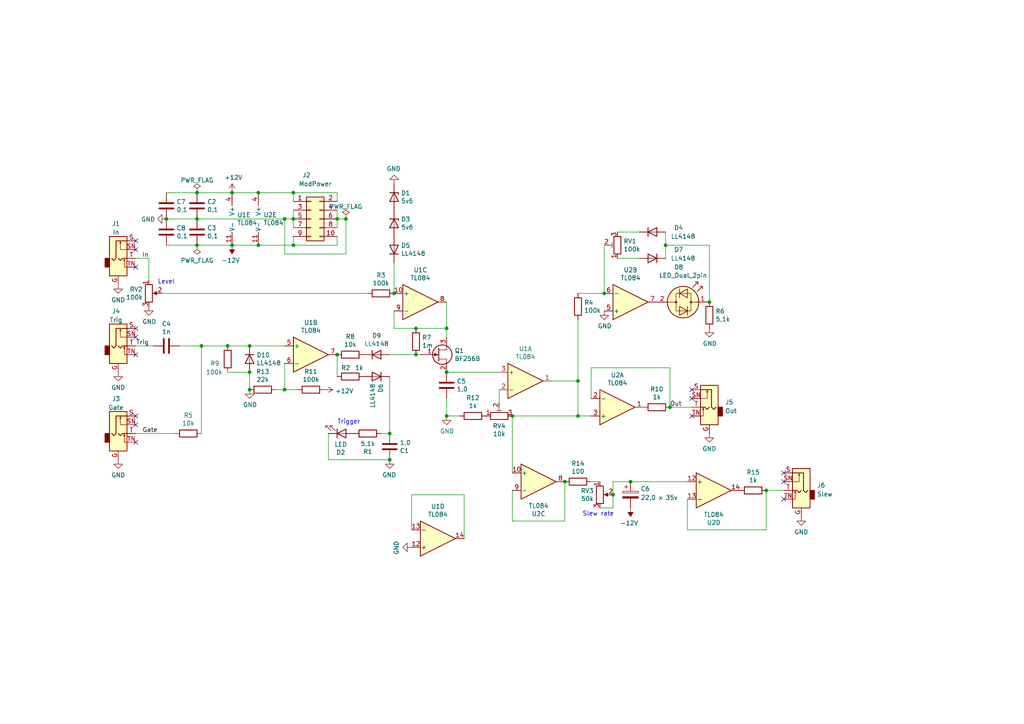
<source format=kicad_sch>
(kicad_sch (version 20211123) (generator eeschema)
  (paper "A4")
  (lib_symbols
    (symbol "Amplifier_Operational:TL084" (pin_names (offset 0.127))
      (property "Reference" "U" (at 0 5.08 0))
      (property "Value" "TL084" (at 0 -5.08 0))
      (symbol "TL084_1_1"
        (polyline (pts (xy -5.08 5.08) (xy 5.08 0) (xy -5.08 -5.08) (xy -5.08 5.08)) (stroke (width 0.254)) (fill (type background)))
        (pin output line (at 7.62 0 180) (length 2.54) (name "~") (number "1"))
        (pin input line (at -7.62 -2.54 0) (length 2.54) (name "-") (number "2"))
        (pin input line (at -7.62 2.54 0) (length 2.54) (name "+") (number "3"))
      )
      (symbol "TL084_2_1"
        (polyline (pts (xy -5.08 5.08) (xy 5.08 0) (xy -5.08 -5.08) (xy -5.08 5.08)) (stroke (width 0.254)) (fill (type background)))
        (pin input line (at -7.62 2.54 0) (length 2.54) (name "+") (number "5"))
        (pin input line (at -7.62 -2.54 0) (length 2.54) (name "-") (number "6"))
        (pin output line (at 7.62 0 180) (length 2.54) (name "~") (number "7"))
      )
      (symbol "TL084_3_1"
        (polyline (pts (xy -5.08 5.08) (xy 5.08 0) (xy -5.08 -5.08) (xy -5.08 5.08)) (stroke (width 0.254)) (fill (type background)))
        (pin input line (at -7.62 2.54 0) (length 2.54) (name "+") (number "10"))
        (pin output line (at 7.62 0 180) (length 2.54) (name "~") (number "8"))
        (pin input line (at -7.62 -2.54 0) (length 2.54) (name "-") (number "9"))
      )
      (symbol "TL084_4_1"
        (polyline (pts (xy -5.08 5.08) (xy 5.08 0) (xy -5.08 -5.08) (xy -5.08 5.08)) (stroke (width 0.254)) (fill (type background)))
        (pin input line (at -7.62 2.54 0) (length 2.54) (name "+") (number "12"))
        (pin input line (at -7.62 -2.54 0) (length 2.54) (name "-") (number "13"))
        (pin output line (at 7.62 0 180) (length 2.54) (name "~") (number "14"))
      )
      (symbol "TL084_5_1"
        (pin power_in line (at -2.54 -7.62 90) (length 3.81) (name "V-") (number "11"))
        (pin power_in line (at -2.54 7.62 270) (length 3.81) (name "V+") (number "4"))
      )
    )
    (symbol "Connector:AudioJack2_Ground_Switch"
      (property "Reference" "J" (at 0 11.43 0))
      (property "Value" "AudioJack2_Ground_Switch" (at 0 8.89 0))
      (symbol "AudioJack2_Ground_Switch_0_1"
        (rectangle (start -2.54 -2.54) (end -3.81 0) (stroke (width 0.254)) (fill (type outline)))
        (rectangle (start 2.54 6.35) (end -2.54 -5.08) (stroke (width 0.254)) (fill (type background)))
      )
      (symbol "AudioJack2_Ground_Switch_1_1"
        (polyline (pts (xy 0.635 4.826) (xy 0.889 4.318)))
        (polyline (pts (xy 1.778 -0.254) (xy 2.032 -0.762)))
        (polyline (pts (xy 0 0) (xy 0.635 -0.635) (xy 1.27 0) (xy 2.54 0)) (stroke (width 0.254)))
        (polyline (pts (xy 2.54 -2.54) (xy 1.778 -2.54) (xy 1.778 -0.254) (xy 1.524 -0.762)))
        (polyline (pts (xy 2.54 2.54) (xy 0.635 2.54) (xy 0.635 4.826) (xy 0.381 4.318)))
        (polyline (pts (xy 2.54 5.08) (xy -0.635 5.08) (xy -0.635 0) (xy -1.27 -0.635) (xy -1.905 0)) (stroke (width 0.254)))
        (pin passive line (at 0 -7.62 90) (length 2.54) (name "~") (number "G"))
        (pin passive line (at 5.08 5.08 180) (length 2.54) (name "~") (number "S"))
        (pin passive line (at 5.08 2.54 180) (length 2.54) (name "~") (number "SN"))
        (pin passive line (at 5.08 0 180) (length 2.54) (name "~") (number "T"))
        (pin passive line (at 5.08 -2.54 180) (length 2.54) (name "~") (number "TN"))
      )
    )
    (symbol "Connector_Generic:Conn_02x05_Odd_Even" (pin_names (offset 1.016) hide)
      (property "Reference" "J" (at 1.27 7.62 0))
      (property "Value" "Conn_02x05_Odd_Even" (at 1.27 -7.62 0))
      (symbol "Conn_02x05_Odd_Even_1_1"
        (rectangle (start -1.27 -4.953) (end 0 -5.207) (stroke (width 0.1524)))
        (rectangle (start -1.27 -2.413) (end 0 -2.667) (stroke (width 0.1524)))
        (rectangle (start -1.27 0.127) (end 0 -0.127) (stroke (width 0.1524)))
        (rectangle (start -1.27 2.667) (end 0 2.413) (stroke (width 0.1524)))
        (rectangle (start -1.27 5.207) (end 0 4.953) (stroke (width 0.1524)))
        (rectangle (start -1.27 6.35) (end 3.81 -6.35) (stroke (width 0.254)) (fill (type background)))
        (rectangle (start 3.81 -4.953) (end 2.54 -5.207) (stroke (width 0.1524)))
        (rectangle (start 3.81 -2.413) (end 2.54 -2.667) (stroke (width 0.1524)))
        (rectangle (start 3.81 0.127) (end 2.54 -0.127) (stroke (width 0.1524)))
        (rectangle (start 3.81 2.667) (end 2.54 2.413) (stroke (width 0.1524)))
        (rectangle (start 3.81 5.207) (end 2.54 4.953) (stroke (width 0.1524)))
        (pin passive line (at -5.08 5.08 0) (length 3.81) (name "Pin_1") (number "1"))
        (pin passive line (at 7.62 -5.08 180) (length 3.81) (name "Pin_10") (number "10"))
        (pin passive line (at 7.62 5.08 180) (length 3.81) (name "Pin_2") (number "2"))
        (pin passive line (at -5.08 2.54 0) (length 3.81) (name "Pin_3") (number "3"))
        (pin passive line (at 7.62 2.54 180) (length 3.81) (name "Pin_4") (number "4"))
        (pin passive line (at -5.08 0 0) (length 3.81) (name "Pin_5") (number "5"))
        (pin passive line (at 7.62 0 180) (length 3.81) (name "Pin_6") (number "6"))
        (pin passive line (at -5.08 -2.54 0) (length 3.81) (name "Pin_7") (number "7"))
        (pin passive line (at 7.62 -2.54 180) (length 3.81) (name "Pin_8") (number "8"))
        (pin passive line (at -5.08 -5.08 0) (length 3.81) (name "Pin_9") (number "9"))
      )
    )
    (symbol "Device:C" (pin_numbers hide) (pin_names (offset 0.254))
      (property "Reference" "C" (at 0.635 2.54 0))
      (property "Value" "C" (at 0.635 -2.54 0))
      (symbol "C_0_1"
        (polyline (pts (xy -2.032 -0.762) (xy 2.032 -0.762)) (stroke (width 0.508)))
        (polyline (pts (xy -2.032 0.762) (xy 2.032 0.762)) (stroke (width 0.508)))
      )
      (symbol "C_1_1"
        (pin passive line (at 0 3.81 270) (length 2.794) (name "~") (number "1"))
        (pin passive line (at 0 -3.81 90) (length 2.794) (name "~") (number "2"))
      )
    )
    (symbol "Device:C_Polarized" (pin_numbers hide) (pin_names (offset 0.254))
      (property "Reference" "C" (at 0.635 2.54 0))
      (property "Value" "C_Polarized" (at 0.635 -2.54 0))
      (symbol "C_Polarized_0_1"
        (rectangle (start -2.286 0.508) (end 2.286 1.016))
        (polyline (pts (xy -1.778 2.286) (xy -0.762 2.286)))
        (polyline (pts (xy -1.27 2.794) (xy -1.27 1.778)))
        (rectangle (start 2.286 -0.508) (end -2.286 -1.016) (fill (type outline)))
      )
      (symbol "C_Polarized_1_1"
        (pin passive line (at 0 3.81 270) (length 2.794) (name "~") (number "1"))
        (pin passive line (at 0 -3.81 90) (length 2.794) (name "~") (number "2"))
      )
    )
    (symbol "Device:D_Zener" (pin_numbers hide) (pin_names (offset 1.016) hide)
      (property "Reference" "D" (at 0 2.54 0))
      (property "Value" "D_Zener" (at 0 -2.54 0))
      (symbol "D_Zener_0_1"
        (polyline (pts (xy 1.27 0) (xy -1.27 0)))
        (polyline (pts (xy -1.27 -1.27) (xy -1.27 1.27) (xy -0.762 1.27)) (stroke (width 0.254)))
        (polyline (pts (xy 1.27 -1.27) (xy 1.27 1.27) (xy -1.27 0) (xy 1.27 -1.27)) (stroke (width 0.254)))
      )
      (symbol "D_Zener_1_1"
        (pin passive line (at -3.81 0 0) (length 2.54) (name "K") (number "1"))
        (pin passive line (at 3.81 0 180) (length 2.54) (name "A") (number "2"))
      )
    )
    (symbol "Device:LED" (pin_numbers hide) (pin_names (offset 1.016) hide)
      (property "Reference" "D" (at 0 2.54 0))
      (property "Value" "LED" (at 0 -2.54 0))
      (symbol "LED_0_1"
        (polyline (pts (xy -1.27 -1.27) (xy -1.27 1.27)) (stroke (width 0.254)))
        (polyline (pts (xy -1.27 0) (xy 1.27 0)))
        (polyline (pts (xy 1.27 -1.27) (xy 1.27 1.27) (xy -1.27 0) (xy 1.27 -1.27)) (stroke (width 0.254)))
        (polyline (pts (xy -3.048 -0.762) (xy -4.572 -2.286) (xy -3.81 -2.286) (xy -4.572 -2.286) (xy -4.572 -1.524)))
        (polyline (pts (xy -1.778 -0.762) (xy -3.302 -2.286) (xy -2.54 -2.286) (xy -3.302 -2.286) (xy -3.302 -1.524)))
      )
      (symbol "LED_1_1"
        (pin passive line (at -3.81 0 0) (length 2.54) (name "K") (number "1"))
        (pin passive line (at 3.81 0 180) (length 2.54) (name "A") (number "2"))
      )
    )
    (symbol "Device:Q_NJFET_GSD" (pin_names (offset 0) hide)
      (property "Reference" "Q" (at 5.08 1.27 0))
      (property "Value" "Q_NJFET_GSD" (at 5.08 -1.27 0))
      (symbol "Q_NJFET_GSD_0_1"
        (polyline (pts (xy 0.254 1.905) (xy 0.254 -1.905) (xy 0.254 -1.905)) (stroke (width 0.254)))
        (polyline (pts (xy 2.54 -2.54) (xy 2.54 -1.27) (xy 0.254 -1.27)))
        (polyline (pts (xy 2.54 2.54) (xy 2.54 1.397) (xy 0.254 1.397)))
        (polyline (pts (xy 0 0) (xy -1.016 0.381) (xy -1.016 -0.381) (xy 0 0)) (fill (type outline)))
        (circle (center 1.27 0) (radius 2.8194) (stroke (width 0.254)))
      )
      (symbol "Q_NJFET_GSD_1_1"
        (pin input line (at -5.08 0 0) (length 5.334) (name "G") (number "1"))
        (pin passive line (at 2.54 -5.08 90) (length 2.54) (name "S") (number "2"))
        (pin passive line (at 2.54 5.08 270) (length 2.54) (name "D") (number "3"))
      )
    )
    (symbol "Device:R" (pin_numbers hide) (pin_names (offset 0))
      (property "Reference" "R" (at 2.032 0 90))
      (property "Value" "R" (at 0 0 90))
      (symbol "R_0_1"
        (rectangle (start -1.016 -2.54) (end 1.016 2.54) (stroke (width 0.254)))
      )
      (symbol "R_1_1"
        (pin passive line (at 0 3.81 270) (length 1.27) (name "~") (number "1"))
        (pin passive line (at 0 -3.81 90) (length 1.27) (name "~") (number "2"))
      )
    )
    (symbol "Diode:LL4148" (pin_numbers hide) (pin_names hide)
      (property "Reference" "D" (at 0 2.54 0))
      (property "Value" "LL4148" (at 0 -2.54 0))
      (symbol "LL4148_0_1"
        (polyline (pts (xy -1.27 1.27) (xy -1.27 -1.27)) (stroke (width 0.254)))
        (polyline (pts (xy 1.27 0) (xy -1.27 0)))
        (polyline (pts (xy 1.27 1.27) (xy 1.27 -1.27) (xy -1.27 0) (xy 1.27 1.27)) (stroke (width 0.254)))
      )
      (symbol "LL4148_1_1"
        (pin passive line (at -3.81 0 0) (length 2.54) (name "K") (number "1"))
        (pin passive line (at 3.81 0 180) (length 2.54) (name "A") (number "2"))
      )
    )
    (symbol "dz_SandH-rescue:LED_Dual_2pin-Device" (pin_names (offset 0) hide)
      (property "Reference" "D" (at 0 5.715 0))
      (property "Value" "LED_Dual_2pin-Device" (at 0 -6.35 0))
      (symbol "LED_Dual_2pin-Device_0_1"
        (circle (center -2.032 0) (radius 0.254) (fill (type outline)))
        (polyline (pts (xy -4.572 0) (xy -2.54 0)))
        (polyline (pts (xy -2.032 0) (xy -2.54 0)))
        (polyline (pts (xy -1.016 3.81) (xy -1.016 1.27)) (stroke (width 0.2032)))
        (polyline (pts (xy 1.27 -1.27) (xy 1.27 -3.81)) (stroke (width 0.2032)))
        (polyline (pts (xy 4.064 0) (xy 2.286 0)) (fill (type outline)))
        (polyline (pts (xy 4.318 5.842) (xy 4.318 5.08)) (stroke (width 0.2032)))
        (polyline (pts (xy 5.588 4.572) (xy 5.588 3.81)) (stroke (width 0.2032)))
        (polyline (pts (xy 2.794 4.318) (xy 4.318 5.842) (xy 3.556 5.842)) (stroke (width 0.2032)))
        (polyline (pts (xy 4.064 3.048) (xy 5.588 4.572) (xy 4.826 4.572)) (stroke (width 0.2032)))
        (polyline (pts (xy -1.016 -1.27) (xy -1.016 -3.81) (xy 1.27 -2.54) (xy -1.016 -1.27)) (stroke (width 0.2032)))
        (polyline (pts (xy 1.27 3.81) (xy 1.27 1.27) (xy -1.016 2.54) (xy 1.27 3.81)) (stroke (width 0.2032)))
        (polyline (pts (xy 2.286 2.54) (xy -2.032 2.54) (xy -2.032 -2.54) (xy 2.286 -2.54) (xy 2.286 2.54)))
        (circle (center 0 0) (radius 4.572) (stroke (width 0.254)) (fill (type background)))
        (circle (center 2.286 0) (radius 0.254) (fill (type outline)))
      )
      (symbol "LED_Dual_2pin-Device_1_1"
        (pin input line (at 7.62 0 180) (length 3.81) (name "KA") (number "1"))
        (pin input line (at -7.62 0 0) (length 3.048) (name "AK") (number "2"))
      )
    )
    (symbol "dz_SandH-rescue:R_POT-Device" (pin_names (offset 1.016) hide)
      (property "Reference" "RV" (at -4.445 0 90))
      (property "Value" "R_POT-Device" (at -2.54 0 90))
      (symbol "R_POT-Device_0_1"
        (polyline (pts (xy 2.54 0) (xy 1.524 0)))
        (polyline (pts (xy 1.143 0) (xy 2.286 0.508) (xy 2.286 -0.508)) (fill (type outline)))
        (rectangle (start 1.016 2.54) (end -1.016 -2.54) (stroke (width 0.254)))
      )
      (symbol "R_POT-Device_1_1"
        (pin passive line (at 0 3.81 270) (length 1.27) (name "1") (number "1"))
        (pin passive line (at 3.81 0 180) (length 1.27) (name "2") (number "2"))
        (pin passive line (at 0 -3.81 90) (length 1.27) (name "3") (number "3"))
      )
    )
    (symbol "dz_SandH-rescue:R_POT_TRIM-Device" (pin_names (offset 1.016) hide)
      (property "Reference" "RV" (at -4.445 0 90))
      (property "Value" "R_POT_TRIM-Device" (at -2.54 0 90))
      (symbol "R_POT_TRIM-Device_0_1"
        (polyline (pts (xy 1.524 0.762) (xy 1.524 -0.762)))
        (polyline (pts (xy 2.54 0) (xy 1.524 0)))
        (rectangle (start 1.016 2.54) (end -1.016 -2.54) (stroke (width 0.254)))
      )
      (symbol "R_POT_TRIM-Device_1_1"
        (pin passive line (at 0 3.81 270) (length 1.27) (name "1") (number "1"))
        (pin passive line (at 3.81 0 180) (length 1.27) (name "2") (number "2"))
        (pin passive line (at 0 -3.81 90) (length 1.27) (name "3") (number "3"))
      )
    )
    (symbol "power:+12V" (power) (pin_names (offset 0))
      (property "Value" "+12V" (at 0 3.556 0))
      (symbol "+12V_0_1"
        (polyline (pts (xy -0.762 1.27) (xy 0 2.54)))
        (polyline (pts (xy 0 0) (xy 0 2.54)))
        (polyline (pts (xy 0 2.54) (xy 0.762 1.27)))
      )
      (symbol "+12V_1_1"
        (pin power_in line (at 0 0 90) (length 0) hide (name "+12V") (number "1"))
      )
    )
    (symbol "power:-12V" (power) (pin_names (offset 0))
      (property "Value" "-12V" (at 0 3.81 0))
      (symbol "-12V_0_0"
        (pin power_in line (at 0 0 90) (length 0) hide (name "-12V") (number "1"))
      )
      (symbol "-12V_0_1"
        (polyline (pts (xy 0 0) (xy 0 1.27) (xy 0.762 1.27) (xy 0 2.54) (xy -0.762 1.27) (xy 0 1.27)) (fill (type outline)))
      )
    )
    (symbol "power:GND" (power) (pin_names (offset 0))
      (property "Value" "GND" (at 0 -3.81 0))
      (symbol "GND_0_1"
        (polyline (pts (xy 0 0) (xy 0 -1.27) (xy 1.27 -1.27) (xy 0 -2.54) (xy -1.27 -1.27) (xy 0 -1.27)))
      )
      (symbol "GND_1_1"
        (pin power_in line (at 0 0 270) (length 0) hide (name "GND") (number "1"))
      )
    )
    (symbol "power:PWR_FLAG" (power) (pin_numbers hide) (pin_names (offset 0) hide)
      (property "Value" "PWR_FLAG" (at 0 3.81 0))
      (symbol "PWR_FLAG_0_0"
        (pin power_out line (at 0 0 90) (length 0) (name "pwr") (number "1"))
      )
      (symbol "PWR_FLAG_0_1"
        (polyline (pts (xy 0 0) (xy 0 1.27) (xy -1.016 1.905) (xy 0 2.54) (xy 1.016 1.905) (xy 0 1.27)))
      )
    )
  )
  (junction (at 67.31 71.12))
  (junction (at 120.65 102.87))
  (junction (at 72.39 113.03))
  (junction (at 85.09 55.88))
  (junction (at 177.8 143.51))
  (junction (at 148.59 120.65))
  (junction (at 57.15 71.12))
  (junction (at 129.54 120.65))
  (junction (at 113.03 133.35))
  (junction (at 100.33 63.5))
  (junction (at 194.31 118.11))
  (junction (at 82.55 113.03))
  (junction (at 72.39 107.95))
  (junction (at 205.74 87.63))
  (junction (at 167.64 110.49))
  (junction (at 114.3 85.09))
  (junction (at 82.55 63.5))
  (junction (at 97.79 63.5))
  (junction (at 129.54 107.95))
  (junction (at 120.65 95.25))
  (junction (at 58.42 100.33))
  (junction (at 175.26 85.09))
  (junction (at 57.15 55.88))
  (junction (at 85.09 71.12))
  (junction (at 182.88 139.7))
  (junction (at 48.26 63.5))
  (junction (at 74.93 55.88))
  (junction (at 97.79 102.87))
  (junction (at 167.64 120.65))
  (junction (at 67.31 55.88))
  (junction (at 163.83 139.7))
  (junction (at 222.25 142.24))
  (junction (at 85.09 63.5))
  (junction (at 113.03 125.73))
  (junction (at 74.93 71.12))
  (junction (at 193.04 71.12))
  (junction (at 72.39 100.33))
  (junction (at 57.15 63.5))
  (junction (at 66.04 100.33))
  (junction (at 129.54 95.25))
  (no_connect (at 200.66 120.65))
  (no_connect (at 39.37 77.47))
  (no_connect (at 39.37 123.19))
  (no_connect (at 200.66 113.03))
  (no_connect (at 39.37 97.79))
  (no_connect (at 227.33 139.7))
  (no_connect (at 200.66 115.57))
  (no_connect (at 39.37 102.87))
  (no_connect (at 39.37 95.25))
  (no_connect (at 227.33 137.16))
  (no_connect (at 39.37 128.27))
  (no_connect (at 39.37 69.85))
  (no_connect (at 227.33 144.78))
  (no_connect (at 39.37 72.39))
  (no_connect (at 39.37 120.65))
  (wire (pts (xy 97.79 55.88) (xy 97.79 58.42)))
  (wire (pts (xy 177.8 147.32) (xy 177.8 143.51)))
  (wire (pts (xy 86.36 113.03) (xy 82.55 113.03)))
  (wire (pts (xy 148.59 142.24) (xy 148.59 151.13)))
  (wire (pts (xy 85.09 55.88) (xy 97.79 55.88)))
  (wire (pts (xy 85.09 60.96) (xy 85.09 63.5)))
  (wire (pts (xy 182.88 139.7) (xy 199.39 139.7)))
  (wire (pts (xy 173.99 147.32) (xy 177.8 147.32)))
  (wire (pts (xy 97.79 102.87) (xy 97.79 109.22)))
  (wire (pts (xy 82.55 73.66) (xy 82.55 63.5)))
  (wire (pts (xy 85.09 71.12) (xy 97.79 71.12)))
  (wire (pts (xy 58.42 100.33) (xy 58.42 125.73)))
  (wire (pts (xy 48.26 71.12) (xy 57.15 71.12)))
  (wire (pts (xy 121.92 102.87) (xy 120.65 102.87)))
  (wire (pts (xy 193.04 71.12) (xy 193.04 74.93)))
  (wire (pts (xy 119.38 143.51) (xy 134.62 143.51)))
  (wire (pts (xy 95.25 133.35) (xy 113.03 133.35)))
  (wire (pts (xy 97.79 71.12) (xy 97.79 68.58)))
  (wire (pts (xy 48.26 63.5) (xy 57.15 63.5)))
  (wire (pts (xy 113.03 109.22) (xy 113.03 125.73)))
  (wire (pts (xy 100.33 63.5) (xy 100.33 73.66)))
  (wire (pts (xy 160.02 110.49) (xy 167.64 110.49)))
  (wire (pts (xy 67.31 55.88) (xy 57.15 55.88)))
  (wire (pts (xy 119.38 153.67) (xy 119.38 143.51)))
  (wire (pts (xy 171.45 139.7) (xy 173.99 139.7)))
  (wire (pts (xy 58.42 100.33) (xy 66.04 100.33)))
  (wire (pts (xy 167.64 110.49) (xy 167.64 120.65)))
  (wire (pts (xy 148.59 137.16) (xy 148.59 120.65)))
  (wire (pts (xy 222.25 153.67) (xy 222.25 142.24)))
  (wire (pts (xy 205.74 87.63) (xy 205.74 71.12)))
  (wire (pts (xy 129.54 97.79) (xy 129.54 95.25)))
  (wire (pts (xy 129.54 120.65) (xy 129.54 115.57)))
  (wire (pts (xy 182.88 139.7) (xy 177.8 139.7)))
  (wire (pts (xy 185.42 67.31) (xy 179.07 67.31)))
  (wire (pts (xy 199.39 153.67) (xy 222.25 153.67)))
  (wire (pts (xy 175.26 85.09) (xy 167.64 85.09)))
  (wire (pts (xy 85.09 68.58) (xy 85.09 71.12)))
  (wire (pts (xy 43.18 74.93) (xy 43.18 81.28)))
  (wire (pts (xy 114.3 85.09) (xy 114.3 76.2)))
  (wire (pts (xy 48.26 55.88) (xy 57.15 55.88)))
  (wire (pts (xy 129.54 95.25) (xy 129.54 87.63)))
  (wire (pts (xy 177.8 139.7) (xy 177.8 143.51)))
  (wire (pts (xy 110.49 125.73) (xy 113.03 125.73)))
  (wire (pts (xy 114.3 90.17) (xy 114.3 95.25)))
  (wire (pts (xy 97.79 60.96) (xy 97.79 63.5)))
  (wire (pts (xy 39.37 100.33) (xy 44.45 100.33)))
  (wire (pts (xy 133.35 120.65) (xy 129.54 120.65)))
  (wire (pts (xy 97.79 63.5) (xy 97.79 66.04)))
  (wire (pts (xy 85.09 71.12) (xy 74.93 71.12)))
  (wire (pts (xy 167.64 92.71) (xy 167.64 110.49)))
  (wire (pts (xy 222.25 142.24) (xy 227.33 142.24)))
  (wire (pts (xy 148.59 151.13) (xy 163.83 151.13)))
  (wire (pts (xy 95.25 125.73) (xy 95.25 133.35)))
  (wire (pts (xy 179.07 74.93) (xy 185.42 74.93)))
  (wire (pts (xy 114.3 95.25) (xy 120.65 95.25)))
  (wire (pts (xy 67.31 71.12) (xy 57.15 71.12)))
  (wire (pts (xy 80.01 113.03) (xy 82.55 113.03)))
  (wire (pts (xy 72.39 100.33) (xy 66.04 100.33)))
  (wire (pts (xy 85.09 58.42) (xy 85.09 55.88)))
  (wire (pts (xy 82.55 63.5) (xy 85.09 63.5)))
  (wire (pts (xy 74.93 71.12) (xy 67.31 71.12)))
  (wire (pts (xy 72.39 107.95) (xy 66.04 107.95)))
  (wire (pts (xy 74.93 55.88) (xy 67.31 55.88)))
  (wire (pts (xy 113.03 102.87) (xy 120.65 102.87)))
  (wire (pts (xy 171.45 115.57) (xy 171.45 106.68)))
  (wire (pts (xy 205.74 71.12) (xy 193.04 71.12)))
  (wire (pts (xy 175.26 71.12) (xy 175.26 85.09)))
  (wire (pts (xy 148.59 120.65) (xy 167.64 120.65)))
  (wire (pts (xy 97.79 63.5) (xy 100.33 63.5)))
  (wire (pts (xy 167.64 120.65) (xy 171.45 120.65)))
  (wire (pts (xy 100.33 73.66) (xy 82.55 73.66)))
  (wire (pts (xy 171.45 106.68) (xy 194.31 106.68)))
  (wire (pts (xy 82.55 105.41) (xy 82.55 113.03)))
  (wire (pts (xy 50.8 125.73) (xy 39.37 125.73)))
  (wire (pts (xy 194.31 106.68) (xy 194.31 118.11)))
  (wire (pts (xy 46.99 85.09) (xy 106.68 85.09)))
  (wire (pts (xy 199.39 144.78) (xy 199.39 153.67)))
  (wire (pts (xy 52.07 100.33) (xy 58.42 100.33)))
  (wire (pts (xy 194.31 118.11) (xy 200.66 118.11)))
  (wire (pts (xy 39.37 74.93) (xy 43.18 74.93)))
  (wire (pts (xy 144.78 107.95) (xy 129.54 107.95)))
  (wire (pts (xy 72.39 113.03) (xy 72.39 107.95)))
  (wire (pts (xy 134.62 143.51) (xy 134.62 156.21)))
  (wire (pts (xy 82.55 100.33) (xy 72.39 100.33)))
  (wire (pts (xy 57.15 63.5) (xy 82.55 63.5)))
  (wire (pts (xy 85.09 55.88) (xy 74.93 55.88)))
  (wire (pts (xy 193.04 67.31) (xy 193.04 71.12)))
  (wire (pts (xy 144.78 113.03) (xy 144.78 116.84)))
  (wire (pts (xy 120.65 95.25) (xy 129.54 95.25)))
  (wire (pts (xy 163.83 151.13) (xy 163.83 139.7)))
  (wire (pts (xy 85.09 63.5) (xy 85.09 66.04)))
  (text "Trigger" (at 97.79 123.19 0) (effects (font (size 1.27 1.27)) (justify left bottom)))
  (text "Slew rate" (at 168.91 149.86 0) (effects (font (size 1.27 1.27)) (justify left bottom)))
  (text "Level" (at 45.72 82.55 0) (effects (font (size 1.27 1.27)) (justify left bottom)))
  (label "Trig" (at 43.18 100.33 180))
  (label "Out" (at 194.31 118.11 0))
  (label "Gate" (at 45.72 125.73 180))
  (label "In" (at 43.18 74.93 180))
  (symbol (lib_id "Device:Q_NJFET_GSD") (at 127 102.87 0) (unit 1)
    (property "Reference" "Q1" (at 131.8514 101.7016 0) (effects (justify left)))
    (property "Value" "BF256B" (at 131.8514 104.013 0) (effects (justify left)))
    (property "Footprint" "Package_TO_SOT_THT:TO-92" (effects hide))
  )
  (symbol (lib_id "Amplifier_Operational:TL084") (at 121.92 87.63 0) (unit 3)
    (property "Reference" "U1" (at 121.92 78.3082 0))
    (property "Value" "TL084" (at 121.92 80.6196 0))
    (property "Footprint" "Package_DIP:DIP-14_W7.62mm_Socket_LongPads" (effects hide))
    (property "Datasheet" "http://www.ti.com/lit/ds/symlink/tl081.pdf" (effects hide))
  )
  (symbol (lib_id "Amplifier_Operational:TL084") (at 90.17 102.87 0) (unit 2)
    (property "Reference" "U1" (at 90.17 93.5482 0))
    (property "Value" "TL084" (at 90.17 95.8596 0))
    (property "Footprint" "Package_DIP:DIP-14_W7.62mm_Socket_LongPads" (effects hide))
    (property "Datasheet" "http://www.ti.com/lit/ds/symlink/tl081.pdf" (effects hide))
  )
  (symbol (lib_id "Amplifier_Operational:TL084") (at 182.88 87.63 0) (mirror x) (unit 2)
    (property "Reference" "U2" (at 182.88 78.3082 0))
    (property "Value" "TL084" (at 182.88 80.6196 0))
    (property "Footprint" "Package_DIP:DIP-14_W7.62mm_Socket_LongPads" (effects hide))
    (property "Datasheet" "http://www.ti.com/lit/ds/symlink/tl081.pdf" (effects hide))
  )
  (symbol (lib_id "Amplifier_Operational:TL084") (at 152.4 110.49 0) (unit 1)
    (property "Reference" "U1" (at 152.4 101.1682 0))
    (property "Value" "TL084" (at 152.4 103.4796 0))
    (property "Footprint" "Package_DIP:DIP-14_W7.62mm_Socket_LongPads" (effects hide))
    (property "Datasheet" "http://www.ti.com/lit/ds/symlink/tl081.pdf" (effects hide))
  )
  (symbol (lib_id "Amplifier_Operational:TL084") (at 69.85 63.5 0) (unit 5)
    (property "Reference" "U1" (at 68.7832 62.3316 0) (effects (justify left)))
    (property "Value" "TL084" (at 68.7832 64.643 0) (effects (justify left)))
    (property "Footprint" "Package_DIP:DIP-14_W7.62mm_Socket_LongPads" (effects hide))
    (property "Datasheet" "http://www.ti.com/lit/ds/symlink/tl081.pdf" (effects hide))
  )
  (symbol (lib_id "Device:R") (at 120.65 99.06 0) (unit 1)
    (property "Reference" "R7" (at 122.428 97.8916 0) (effects (justify left)))
    (property "Value" "1m" (at 122.428 100.203 0) (effects (justify left)))
    (property "Footprint" "Resistor_SMD:R_0805_2012Metric_Pad1.20x1.40mm_HandSolder" (effects hide))
  )
  (symbol (lib_id "Device:R") (at 66.04 104.14 0) (unit 1)
    (property "Reference" "R9" (at 60.96 105.41 0) (effects (justify left)))
    (property "Value" "100k" (at 59.69 107.95 0) (effects (justify left)))
    (property "Footprint" "Resistor_SMD:R_0805_2012Metric_Pad1.20x1.40mm_HandSolder" (effects hide))
  )
  (symbol (lib_id "Device:R") (at 90.17 113.03 270) (unit 1)
    (property "Reference" "R11" (at 90.17 107.7722 90))
    (property "Value" "100k" (at 90.17 110.0836 90))
    (property "Footprint" "Resistor_SMD:R_0805_2012Metric_Pad1.20x1.40mm_HandSolder" (effects hide))
  )
  (symbol (lib_id "Device:R") (at 137.16 120.65 270) (unit 1)
    (property "Reference" "R12" (at 137.16 115.3922 90))
    (property "Value" "1k" (at 137.16 117.7036 90))
    (property "Footprint" "Resistor_SMD:R_0805_2012Metric_Pad1.20x1.40mm_HandSolder" (effects hide))
  )
  (symbol (lib_id "dz_SandH-rescue:R_POT_TRIM-Device") (at 144.78 120.65 90) (unit 1)
    (property "Reference" "RV4" (at 144.78 123.5456 90))
    (property "Value" "10k" (at 144.78 125.857 90))
    (property "Footprint" "Potentiometer_THT:Potentiometer_Runtron_RM-065_Vertical" (effects hide))
  )
  (symbol (lib_id "Diode:LL4148") (at 109.22 102.87 0) (unit 1)
    (property "Reference" "D9" (at 109.22 97.3836 0))
    (property "Value" "LL4148" (at 109.22 99.695 0))
    (property "Footprint" "Diode_SMD:D_MiniMELF" (effects hide))
    (property "Datasheet" "http://www.vishay.com/docs/85557/ll4148.pdf" (effects hide))
  )
  (symbol (lib_id "Device:C") (at 129.54 111.76 0) (unit 1)
    (property "Reference" "C5" (at 132.461 110.5916 0) (effects (justify left)))
    (property "Value" "1,0" (at 132.461 112.903 0) (effects (justify left)))
    (property "Footprint" "Capacitor_SMD:C_0805_2012Metric_Pad1.18x1.45mm_HandSolder" (effects hide))
  )
  (symbol (lib_id "power:GND") (at 129.54 120.65 0) (unit 1)
    (property "Reference" "#PWR011" (effects hide))
    (property "Value" "GND" (at 129.667 125.0442 0))
  )
  (symbol (lib_id "Device:R") (at 106.68 125.73 270) (mirror x) (unit 1)
    (property "Reference" "R1" (at 106.68 130.9878 90))
    (property "Value" "5,1k" (at 106.68 128.6764 90))
    (property "Footprint" "Resistor_SMD:R_0805_2012Metric_Pad1.20x1.40mm_HandSolder" (effects hide))
  )
  (symbol (lib_id "Device:R") (at 101.6 102.87 270) (unit 1)
    (property "Reference" "R8" (at 101.6 97.6122 90))
    (property "Value" "10k" (at 101.6 99.9236 90))
    (property "Footprint" "Resistor_SMD:R_0805_2012Metric_Pad1.20x1.40mm_HandSolder" (effects hide))
  )
  (symbol (lib_id "power:GND") (at 72.39 113.03 0) (unit 1)
    (property "Reference" "#PWR09" (effects hide))
    (property "Value" "GND" (at 72.517 117.4242 0))
  )
  (symbol (lib_id "Diode:LL4148") (at 72.39 104.14 270) (unit 1)
    (property "Reference" "D10" (at 74.3966 102.9716 90) (effects (justify left)))
    (property "Value" "LL4148" (at 74.3966 105.283 90) (effects (justify left)))
    (property "Footprint" "Diode_SMD:D_MiniMELF" (effects hide))
    (property "Datasheet" "http://www.vishay.com/docs/85557/ll4148.pdf" (effects hide))
  )
  (symbol (lib_id "Device:C") (at 48.26 100.33 270) (unit 1)
    (property "Reference" "C4" (at 48.26 93.9292 90))
    (property "Value" "1n" (at 48.26 96.2406 90))
    (property "Footprint" "Capacitor_SMD:C_0805_2012Metric_Pad1.18x1.45mm_HandSolder" (effects hide))
  )
  (symbol (lib_id "power:+12V") (at 93.98 113.03 270) (unit 1)
    (property "Reference" "#PWR010" (effects hide))
    (property "Value" "+12V" (at 97.2312 113.411 90) (effects (justify left)))
  )
  (symbol (lib_id "Device:R") (at 190.5 118.11 270) (unit 1)
    (property "Reference" "R10" (at 190.5 112.8522 90))
    (property "Value" "1k" (at 190.5 115.1636 90))
    (property "Footprint" "Resistor_SMD:R_0805_2012Metric_Pad1.20x1.40mm_HandSolder" (effects hide))
  )
  (symbol (lib_id "dz_SandH-rescue:R_POT_TRIM-Device") (at 179.07 71.12 180) (unit 1)
    (property "Reference" "RV1" (at 180.848 69.9516 0) (effects (justify right)))
    (property "Value" "100k" (at 180.848 72.263 0) (effects (justify right)))
    (property "Footprint" "Potentiometer_THT:Potentiometer_Runtron_RM-065_Vertical" (effects hide))
  )
  (symbol (lib_id "Diode:LL4148") (at 189.23 67.31 0) (unit 1)
    (property "Reference" "D4" (at 196.85 66.04 0))
    (property "Value" "LL4148" (at 198.12 68.58 0))
    (property "Footprint" "Diode_SMD:D_MiniMELF" (effects hide))
    (property "Datasheet" "http://www.vishay.com/docs/85557/ll4148.pdf" (effects hide))
  )
  (symbol (lib_id "Diode:LL4148") (at 189.23 74.93 180) (unit 1)
    (property "Reference" "D7" (at 196.85 72.39 0))
    (property "Value" "LL4148" (at 198.12 74.93 0))
    (property "Footprint" "Diode_SMD:D_MiniMELF" (effects hide))
    (property "Datasheet" "http://www.vishay.com/docs/85557/ll4148.pdf" (effects hide))
  )
  (symbol (lib_id "Device:R") (at 167.64 88.9 0) (unit 1)
    (property "Reference" "R4" (at 169.418 87.7316 0) (effects (justify left)))
    (property "Value" "100k" (at 169.418 90.043 0) (effects (justify left)))
    (property "Footprint" "Resistor_SMD:R_0805_2012Metric_Pad1.20x1.40mm_HandSolder" (effects hide))
  )
  (symbol (lib_id "Device:R") (at 205.74 91.44 180) (unit 1)
    (property "Reference" "R6" (at 207.518 90.2716 0) (effects (justify right)))
    (property "Value" "5,1k" (at 207.518 92.583 0) (effects (justify right)))
    (property "Footprint" "Resistor_SMD:R_0805_2012Metric_Pad1.20x1.40mm_HandSolder" (effects hide))
  )
  (symbol (lib_id "dz_SandH-rescue:LED_Dual_2pin-Device") (at 198.12 87.63 0) (unit 1)
    (property "Reference" "D8" (at 196.85 77.47 0))
    (property "Value" "LED_Dual_2pin" (at 198.12 79.883 0))
    (property "Footprint" "LED_THT:LED_D3.0mm_Horizontal_O1.27mm_Z2.0mm" (effects hide))
  )
  (symbol (lib_id "power:GND") (at 175.26 90.17 0) (unit 1)
    (property "Reference" "#PWR07" (effects hide))
    (property "Value" "GND" (at 175.387 94.5642 0))
  )
  (symbol (lib_id "power:GND") (at 205.74 95.25 0) (unit 1)
    (property "Reference" "#PWR08" (effects hide))
    (property "Value" "GND" (at 205.867 99.6442 0))
  )
  (symbol (lib_id "Device:LED") (at 99.06 125.73 0) (mirror x) (unit 1)
    (property "Reference" "D2" (at 98.8314 131.2164 0))
    (property "Value" "LED" (at 98.8314 128.905 0))
    (property "Footprint" "LED_THT:LED_D3.0mm_Horizontal_O1.27mm_Z2.0mm" (effects hide))
  )
  (symbol (lib_id "Device:R") (at 101.6 109.22 270) (unit 1)
    (property "Reference" "R2" (at 101.6 106.68 90) (effects (justify right)))
    (property "Value" "1k" (at 105.41 106.68 90) (effects (justify right)))
    (property "Footprint" "Resistor_SMD:R_0805_2012Metric_Pad1.20x1.40mm_HandSolder" (effects hide))
  )
  (symbol (lib_id "Device:C") (at 113.03 129.54 0) (mirror x) (unit 1)
    (property "Reference" "C1" (at 115.951 130.7084 0) (effects (justify left)))
    (property "Value" "1,0" (at 115.951 128.397 0) (effects (justify left)))
    (property "Footprint" "Capacitor_SMD:C_0805_2012Metric_Pad1.18x1.45mm_HandSolder" (effects hide))
  )
  (symbol (lib_id "Device:R") (at 110.49 85.09 270) (unit 1)
    (property "Reference" "R3" (at 110.49 79.8322 90))
    (property "Value" "100k" (at 110.49 82.1436 90))
    (property "Footprint" "Resistor_SMD:R_0805_2012Metric_Pad1.20x1.40mm_HandSolder" (effects hide))
  )
  (symbol (lib_id "power:GND") (at 113.03 133.35 0) (mirror y) (unit 1)
    (property "Reference" "#PWR02" (effects hide))
    (property "Value" "GND" (at 112.903 137.7442 0))
  )
  (symbol (lib_id "Diode:LL4148") (at 109.22 109.22 180) (unit 1)
    (property "Reference" "D6" (at 110.3884 111.2266 90) (effects (justify left)))
    (property "Value" "LL4148" (at 108.077 111.2266 90) (effects (justify left)))
    (property "Footprint" "Diode_SMD:D_MiniMELF" (effects hide))
    (property "Datasheet" "http://www.vishay.com/docs/85557/ll4148.pdf" (effects hide))
  )
  (symbol (lib_id "dz_SandH-rescue:R_POT-Device") (at 43.18 85.09 0) (unit 1)
    (property "Reference" "RV2" (at 41.402 83.9216 0) (effects (justify right)))
    (property "Value" "100k" (at 41.402 86.233 0) (effects (justify right)))
    (property "Footprint" "Potentiometer_THT:Potentiometer_Alps_RK097_Single_Horizontal" (effects hide))
  )
  (symbol (lib_id "power:GND") (at 43.18 88.9 0) (unit 1)
    (property "Reference" "#PWR06" (effects hide))
    (property "Value" "GND" (at 43.307 93.2942 0))
  )
  (symbol (lib_id "Device:C") (at 57.15 59.69 0) (unit 1)
    (property "Reference" "C2" (at 60.071 58.5216 0) (effects (justify left)))
    (property "Value" "0,1" (at 60.071 60.833 0) (effects (justify left)))
    (property "Footprint" "Capacitor_SMD:C_0805_2012Metric_Pad1.18x1.45mm_HandSolder" (effects hide))
  )
  (symbol (lib_id "Device:C") (at 57.15 67.31 0) (unit 1)
    (property "Reference" "C3" (at 60.071 66.1416 0) (effects (justify left)))
    (property "Value" "0,1" (at 60.071 68.453 0) (effects (justify left)))
    (property "Footprint" "Capacitor_SMD:C_0805_2012Metric_Pad1.18x1.45mm_HandSolder" (effects hide))
  )
  (symbol (lib_id "power:GND") (at 48.26 63.5 270) (unit 1)
    (property "Reference" "#PWR04" (effects hide))
    (property "Value" "GND" (at 45.0088 63.627 90) (effects (justify right)))
  )
  (symbol (lib_id "power:+12V") (at 67.31 55.88 0) (unit 1)
    (property "Reference" "#PWR03" (effects hide))
    (property "Value" "+12V" (at 67.691 51.4858 0))
  )
  (symbol (lib_id "power:-12V") (at 67.31 71.12 180) (unit 1)
    (property "Reference" "#PWR05" (effects hide))
    (property "Value" "-12V" (at 66.929 75.5142 0))
  )
  (symbol (lib_id "Diode:LL4148") (at 114.3 72.39 90) (unit 1)
    (property "Reference" "D5" (at 116.3066 71.2216 90) (effects (justify right)))
    (property "Value" "LL4148" (at 116.3066 73.533 90) (effects (justify right)))
    (property "Footprint" "Diode_SMD:D_MiniMELF" (effects hide))
    (property "Datasheet" "http://www.vishay.com/docs/85557/ll4148.pdf" (effects hide))
  )
  (symbol (lib_id "Device:D_Zener") (at 114.3 64.77 270) (unit 1)
    (property "Reference" "D3" (at 116.3066 63.6016 90) (effects (justify left)))
    (property "Value" "5v6" (at 116.3066 65.913 90) (effects (justify left)))
    (property "Footprint" "Diode_SMD:D_MiniMELF_Handsoldering" (effects hide))
  )
  (symbol (lib_id "Device:D_Zener") (at 114.3 57.15 270) (unit 1)
    (property "Reference" "D1" (at 116.3066 55.9816 90) (effects (justify left)))
    (property "Value" "5v6" (at 116.3066 58.293 90) (effects (justify left)))
    (property "Footprint" "Diode_SMD:D_MiniMELF_Handsoldering" (effects hide))
  )
  (symbol (lib_id "power:GND") (at 114.3 53.34 180) (unit 1)
    (property "Reference" "#PWR01" (effects hide))
    (property "Value" "GND" (at 114.173 48.9458 0))
  )
  (symbol (lib_id "Device:R") (at 54.61 125.73 270) (unit 1)
    (property "Reference" "R5" (at 54.61 120.4722 90))
    (property "Value" "10k" (at 54.61 122.7836 90))
    (property "Footprint" "Resistor_SMD:R_0805_2012Metric_Pad1.20x1.40mm_HandSolder" (effects hide))
  )
  (symbol (lib_id "Connector_Generic:Conn_02x05_Odd_Even") (at 90.17 63.5 0) (unit 1)
    (property "Reference" "J2" (at 88.9 50.8 0))
    (property "Value" "ModPower" (at 91.44 53.34 0))
    (property "Footprint" "Connector_PinHeader_2.54mm:PinHeader_2x05_P2.54mm_Vertical" (effects hide))
  )
  (symbol (lib_id "power:PWR_FLAG") (at 57.15 55.88 0) (unit 1)
    (property "Reference" "#FLG0102" (effects hide))
    (property "Value" "PWR_FLAG" (at 57.15 52.3042 0))
  )
  (symbol (lib_id "Connector:AudioJack2_Ground_Switch") (at 205.74 118.11 0) (mirror y) (unit 1)
    (property "Reference" "J5" (at 210.312 116.6403 0) (effects (justify right)))
    (property "Value" "Out" (at 210.312 119.1772 0) (effects (justify right)))
    (property "Footprint" "Connector_Audio:Jack_3.5mm_CUI_SJ1-3525N_Horizontal" (effects hide))
  )
  (symbol (lib_id "Connector:AudioJack2_Ground_Switch") (at 34.29 74.93 0) (unit 1)
    (property "Reference" "J1" (at 33.655 64.8802 0))
    (property "Value" "In" (at 33.655 67.4171 0))
    (property "Footprint" "Connector_Audio:Jack_3.5mm_CUI_SJ1-3525N_Horizontal" (effects hide))
  )
  (symbol (lib_id "power:-12V") (at 182.88 147.32 180) (unit 1)
    (property "Reference" "#PWR012" (effects hide))
    (property "Value" "-12V" (at 182.499 151.7142 0))
  )
  (symbol (lib_id "Amplifier_Operational:TL084") (at 127 156.21 0) (mirror x) (unit 4)
    (property "Reference" "U1" (at 127 146.8882 0))
    (property "Value" "TL084" (at 127 149.1996 0))
    (property "Footprint" "Package_DIP:DIP-14_W7.62mm_Socket_LongPads" (effects hide))
    (property "Datasheet" "http://www.ti.com/lit/ds/symlink/tl081.pdf" (effects hide))
  )
  (symbol (lib_id "Device:C_Polarized") (at 182.88 143.51 0) (unit 1)
    (property "Reference" "C6" (at 185.801 141.7863 0) (effects (justify left)))
    (property "Value" "22,0 x 35v" (at 185.801 144.3232 0) (effects (justify left)))
    (property "Footprint" "Capacitor_THT:CP_Radial_D8.0mm_P2.50mm" (effects hide))
  )
  (symbol (lib_id "Device:R") (at 76.2 113.03 270) (unit 1)
    (property "Reference" "R13" (at 76.2 107.7722 90))
    (property "Value" "22k" (at 76.2 110.0836 90))
    (property "Footprint" "Resistor_SMD:R_0805_2012Metric_Pad1.20x1.40mm_HandSolder" (effects hide))
  )
  (symbol (lib_id "Device:C") (at 48.26 67.31 0) (unit 1)
    (property "Reference" "C8" (at 51.181 66.1416 0) (effects (justify left)))
    (property "Value" "0,1" (at 51.181 68.453 0) (effects (justify left)))
    (property "Footprint" "Capacitor_SMD:C_0805_2012Metric_Pad1.18x1.45mm_HandSolder" (effects hide))
  )
  (symbol (lib_id "Device:R") (at 167.64 139.7 270) (unit 1)
    (property "Reference" "R14" (at 167.64 134.4422 90))
    (property "Value" "100" (at 167.64 136.7536 90))
    (property "Footprint" "Resistor_SMD:R_0805_2012Metric_Pad1.20x1.40mm_HandSolder" (effects hide))
  )
  (symbol (lib_id "Amplifier_Operational:TL084") (at 207.01 142.24 0) (unit 4)
    (property "Reference" "U2" (at 207.01 151.5618 0))
    (property "Value" "TL084" (at 207.01 149.2504 0))
    (property "Footprint" "Package_DIP:DIP-14_W7.62mm_Socket_LongPads" (effects hide))
    (property "Datasheet" "http://www.ti.com/lit/ds/symlink/tl081.pdf" (effects hide))
  )
  (symbol (lib_id "Amplifier_Operational:TL084") (at 179.07 118.11 0) (mirror x) (unit 1)
    (property "Reference" "U2" (at 179.07 108.7882 0))
    (property "Value" "TL084" (at 179.07 111.0996 0))
    (property "Footprint" "Package_DIP:DIP-14_W7.62mm_Socket_LongPads" (effects hide))
    (property "Datasheet" "http://www.ti.com/lit/ds/symlink/tl081.pdf" (effects hide))
  )
  (symbol (lib_id "Connector:AudioJack2_Ground_Switch") (at 34.29 100.33 0) (unit 1)
    (property "Reference" "J4" (at 33.655 90.2802 0))
    (property "Value" "Trig" (at 33.655 92.8171 0))
    (property "Footprint" "Connector_Audio:Jack_3.5mm_CUI_SJ1-3525N_Horizontal" (effects hide))
  )
  (symbol (lib_id "Amplifier_Operational:TL084") (at 156.21 139.7 0) (unit 3)
    (property "Reference" "U2" (at 156.21 149.0218 0))
    (property "Value" "TL084" (at 156.21 146.7104 0))
    (property "Footprint" "Package_DIP:DIP-14_W7.62mm_Socket_LongPads" (effects hide))
    (property "Datasheet" "http://www.ti.com/lit/ds/symlink/tl081.pdf" (effects hide))
  )
  (symbol (lib_id "Device:R") (at 218.44 142.24 270) (unit 1)
    (property "Reference" "R15" (at 218.44 136.9822 90))
    (property "Value" "1k" (at 218.44 139.2936 90))
    (property "Footprint" "Resistor_SMD:R_0805_2012Metric_Pad1.20x1.40mm_HandSolder" (effects hide))
  )
  (symbol (lib_id "power:GND") (at 34.29 107.95 0) (unit 1)
    (property "Reference" "#PWR0102" (effects hide))
    (property "Value" "GND" (at 34.29 112.3934 0))
  )
  (symbol (lib_id "Connector:AudioJack2_Ground_Switch") (at 232.41 142.24 0) (mirror y) (unit 1)
    (property "Reference" "J6" (at 236.982 140.7703 0) (effects (justify right)))
    (property "Value" "Slew" (at 236.982 143.3072 0) (effects (justify right)))
    (property "Footprint" "Connector_Audio:Jack_3.5mm_CUI_SJ1-3525N_Horizontal" (effects hide))
  )
  (symbol (lib_id "Amplifier_Operational:TL084") (at 77.47 63.5 0) (unit 5)
    (property "Reference" "U2" (at 76.4032 62.3316 0) (effects (justify left)))
    (property "Value" "TL084" (at 76.4032 64.643 0) (effects (justify left)))
    (property "Footprint" "Package_DIP:DIP-14_W7.62mm_Socket_LongPads" (effects hide))
    (property "Datasheet" "http://www.ti.com/lit/ds/symlink/tl081.pdf" (effects hide))
  )
  (symbol (lib_id "Device:C") (at 48.26 59.69 0) (unit 1)
    (property "Reference" "C7" (at 51.181 58.5216 0) (effects (justify left)))
    (property "Value" "0,1" (at 51.181 60.833 0) (effects (justify left)))
    (property "Footprint" "Capacitor_SMD:C_0805_2012Metric_Pad1.18x1.45mm_HandSolder" (effects hide))
  )
  (symbol (lib_id "power:PWR_FLAG") (at 100.33 63.5 0) (unit 1)
    (property "Reference" "#FLG0101" (effects hide))
    (property "Value" "PWR_FLAG" (at 100.33 59.9242 0))
  )
  (symbol (lib_id "power:GND") (at 34.29 133.35 0) (unit 1)
    (property "Reference" "#PWR0103" (effects hide))
    (property "Value" "GND" (at 34.29 137.7934 0))
  )
  (symbol (lib_id "power:GND") (at 34.29 82.55 0) (unit 1)
    (property "Reference" "#PWR0101" (effects hide))
    (property "Value" "GND" (at 34.29 86.9934 0))
  )
  (symbol (lib_id "power:GND") (at 205.74 125.73 0) (unit 1)
    (property "Reference" "#PWR0104" (effects hide))
    (property "Value" "GND" (at 205.74 130.1734 0))
  )
  (symbol (lib_id "power:GND") (at 119.38 158.75 270) (unit 1)
    (property "Reference" "#PWR0105" (effects hide))
    (property "Value" "GND" (at 114.9858 158.877 0))
  )
  (symbol (lib_id "dz_SandH-rescue:R_POT-Device") (at 173.99 143.51 0) (unit 1)
    (property "Reference" "RV3" (at 172.212 142.3416 0) (effects (justify right)))
    (property "Value" "50k" (at 172.212 144.653 0) (effects (justify right)))
    (property "Footprint" "Potentiometer_THT:Potentiometer_Alps_RK097_Single_Horizontal" (effects hide))
  )
  (symbol (lib_id "power:PWR_FLAG") (at 57.15 71.12 180) (unit 1)
    (property "Reference" "#FLG0103" (effects hide))
    (property "Value" "PWR_FLAG" (at 57.15 75.5634 0))
  )
  (symbol (lib_id "Connector:AudioJack2_Ground_Switch") (at 34.29 125.73 0) (unit 1)
    (property "Reference" "J3" (at 33.655 115.6802 0))
    (property "Value" "Gate" (at 33.655 118.2171 0))
    (property "Footprint" "Connector_Audio:Jack_3.5mm_CUI_SJ1-3525N_Horizontal" (effects hide))
  )
  (symbol (lib_id "power:GND") (at 232.41 149.86 0) (unit 1)
    (property "Reference" "#PWR013" (effects hide))
    (property "Value" "GND" (at 232.41 154.3034 0))
  )
)
</source>
